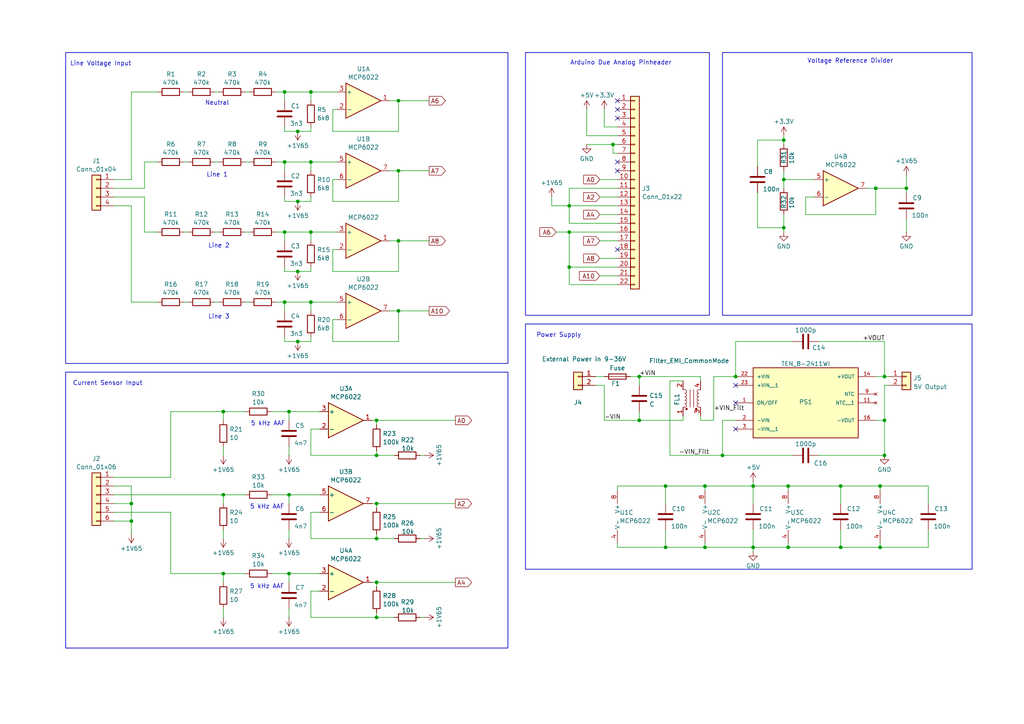
<source format=kicad_sch>
(kicad_sch (version 20231120) (generator "eeschema") (generator_version "8.0")
  (paper "A4")
  (title_block (title "PQopen Device Shield") (date "2024-12-08") (rev "0.1") (company "Michael Oberhofer"))
  (junction (at 165.1 59.69))
  (junction (at 86.36 58.42))
  (junction (at 227.33 40.64))
  (junction (at 38.1 151.13))
  (junction (at 82.55 46.99))
  (junction (at 228.6 140.97))
  (junction (at 64.77 143.51))
  (junction (at 115.57 90.17))
  (junction (at 262.89 54.61))
  (junction (at 86.36 99.06))
  (junction (at 109.22 156.21))
  (junction (at 227.33 66.04))
  (junction (at 86.36 38.1))
  (junction (at 254 54.61))
  (junction (at 243.84 140.97))
  (junction (at 185.42 121.92))
  (junction (at 204.47 140.97))
  (junction (at 90.17 87.63))
  (junction (at 90.17 46.99))
  (junction (at 209.55 132.08))
  (junction (at 243.84 158.75))
  (junction (at 256.54 132.08))
  (junction (at 218.44 158.75))
  (junction (at 82.55 87.63))
  (junction (at 109.22 179.07))
  (junction (at 64.77 166.37))
  (junction (at 115.57 69.85))
  (junction (at 109.22 146.05))
  (junction (at 115.57 29.21))
  (junction (at 90.17 26.67))
  (junction (at 255.27 140.97))
  (junction (at 227.33 52.07))
  (junction (at 256.54 121.92))
  (junction (at 193.04 158.75))
  (junction (at 83.82 166.37))
  (junction (at 193.04 140.97))
  (junction (at 218.44 140.97))
  (junction (at 83.82 119.38))
  (junction (at 109.22 168.91))
  (junction (at 177.8 41.91))
  (junction (at 90.17 67.31))
  (junction (at 82.55 26.67))
  (junction (at 38.1 146.05))
  (junction (at 109.22 121.92))
  (junction (at 115.57 49.53))
  (junction (at 204.47 158.75))
  (junction (at 165.1 67.31))
  (junction (at 185.42 109.22))
  (junction (at 228.6 158.75))
  (junction (at 213.36 109.22))
  (junction (at 256.54 109.22))
  (junction (at 83.82 143.51))
  (junction (at 165.1 77.47))
  (junction (at 255.27 158.75))
  (junction (at 82.55 67.31))
  (junction (at 64.77 119.38))
  (junction (at 109.22 132.08))
  (junction (at 86.36 78.74))
  (no_connect (at 179.07 34.29))
  (no_connect (at 179.07 29.21))
  (no_connect (at 179.07 31.75))
  (no_connect (at 179.07 72.39))
  (no_connect (at 213.36 124.46))
  (no_connect (at 179.07 46.99))
  (no_connect (at 213.36 111.76))
  (no_connect (at 213.36 116.84))
  (no_connect (at 179.07 49.53))
  (wire (pts (xy 228.6 140.97) (xy 218.44 140.97)))
  (wire (pts (xy 219.71 66.04) (xy 227.33 66.04)))
  (wire (pts (xy 204.47 140.97) (xy 204.47 142.24)))
  (wire (pts (xy 86.36 38.1) (xy 90.17 38.1)))
  (wire (pts (xy 96.52 92.71) (xy 96.52 99.06)))
  (wire (pts (xy 165.1 64.77) (xy 165.1 59.69)))
  (wire (pts (xy 185.42 109.22) (xy 203.2 109.22)))
  (wire (pts (xy 165.1 54.61) (xy 165.1 59.69)))
  (wire (pts (xy 113.03 29.21) (xy 115.57 29.21)))
  (wire (pts (xy 64.77 119.38) (xy 64.77 121.92)))
  (wire (pts (xy 115.57 49.53) (xy 113.03 49.53)))
  (wire (pts (xy 33.02 57.15) (xy 41.91 57.15)))
  (wire (pts (xy 82.55 58.42) (xy 86.36 58.42)))
  (wire (pts (xy 185.42 109.22) (xy 185.42 111.76)))
  (wire (pts (xy 82.55 87.63) (xy 90.17 87.63)))
  (wire (pts (xy 227.33 39.37) (xy 227.33 40.64)))
  (wire (pts (xy 123.19 132.08) (xy 121.92 132.08)))
  (wire (pts (xy 218.44 158.75) (xy 204.47 158.75)))
  (wire (pts (xy 49.53 138.43) (xy 33.02 138.43)))
  (wire (pts (xy 254 62.23) (xy 254 54.61)))
  (wire (pts (xy 198.12 110.49) (xy 194.31 110.49)))
  (wire (pts (xy 33.02 59.69) (xy 38.1 59.69)))
  (wire (pts (xy 33.02 146.05) (xy 38.1 146.05)))
  (wire (pts (xy 63.5 67.31) (xy 62.23 67.31)))
  (wire (pts (xy 107.95 146.05) (xy 109.22 146.05)))
  (wire (pts (xy 96.52 52.07) (xy 96.52 58.42)))
  (wire (pts (xy 209.55 121.92) (xy 213.36 121.92)))
  (wire (pts (xy 82.55 78.74) (xy 86.36 78.74)))
  (wire (pts (xy 179.07 39.37) (xy 170.18 39.37)))
  (wire (pts (xy 109.22 121.92) (xy 132.08 121.92)))
  (wire (pts (xy 80.01 67.31) (xy 82.55 67.31)))
  (wire (pts (xy 41.91 46.99) (xy 41.91 54.61)))
  (wire (pts (xy 256.54 109.22) (xy 257.81 109.22)))
  (wire (pts (xy 228.6 142.24) (xy 228.6 140.97)))
  (wire (pts (xy 165.1 59.69) (xy 179.07 59.69)))
  (wire (pts (xy 173.99 57.15) (xy 179.07 57.15)))
  (wire (pts (xy 115.57 78.74) (xy 115.57 69.85)))
  (wire (pts (xy 173.99 52.07) (xy 179.07 52.07)))
  (wire (pts (xy 53.34 46.99) (xy 54.61 46.99)))
  (wire (pts (xy 38.1 151.13) (xy 38.1 154.94)))
  (wire (pts (xy 255.27 158.75) (xy 243.84 158.75)))
  (wire (pts (xy 165.1 64.77) (xy 179.07 64.77)))
  (wire (pts (xy 198.12 121.92) (xy 198.12 120.65)))
  (wire (pts (xy 179.07 41.91) (xy 177.8 41.91)))
  (wire (pts (xy 113.03 90.17) (xy 115.57 90.17)))
  (wire (pts (xy 90.17 124.46) (xy 90.17 132.08)))
  (wire (pts (xy 41.91 67.31) (xy 45.72 67.31)))
  (wire (pts (xy 109.22 179.07) (xy 109.22 177.8)))
  (wire (pts (xy 80.01 87.63) (xy 82.55 87.63)))
  (wire (pts (xy 165.1 67.31) (xy 179.07 67.31)))
  (wire (pts (xy 109.22 123.19) (xy 109.22 121.92)))
  (wire (pts (xy 107.95 121.92) (xy 109.22 121.92)))
  (wire (pts (xy 218.44 140.97) (xy 218.44 139.7)))
  (wire (pts (xy 161.29 67.31) (xy 165.1 67.31)))
  (wire (pts (xy 233.68 57.15) (xy 233.68 62.23)))
  (wire (pts (xy 203.2 121.92) (xy 207.01 121.92)))
  (wire (pts (xy 203.2 109.22) (xy 203.2 110.49)))
  (wire (pts (xy 82.55 77.47) (xy 82.55 78.74)))
  (wire (pts (xy 82.55 36.83) (xy 82.55 38.1)))
  (wire (pts (xy 90.17 77.47) (xy 90.17 78.74)))
  (wire (pts (xy 109.22 146.05) (xy 132.08 146.05)))
  (wire (pts (xy 90.17 171.45) (xy 92.71 171.45)))
  (wire (pts (xy 82.55 46.99) (xy 90.17 46.99)))
  (wire (pts (xy 90.17 171.45) (xy 90.17 179.07)))
  (wire (pts (xy 90.17 26.67) (xy 97.79 26.67)))
  (wire (pts (xy 90.17 67.31) (xy 90.17 69.85)))
  (wire (pts (xy 269.24 146.05) (xy 269.24 140.97)))
  (wire (pts (xy 185.42 119.38) (xy 185.42 121.92)))
  (wire (pts (xy 96.52 78.74) (xy 115.57 78.74)))
  (wire (pts (xy 90.17 148.59) (xy 90.17 156.21)))
  (wire (pts (xy 90.17 36.83) (xy 90.17 38.1)))
  (wire (pts (xy 82.55 87.63) (xy 82.55 90.17)))
  (wire (pts (xy 254 121.92) (xy 256.54 121.92)))
  (wire (pts (xy 193.04 153.67) (xy 193.04 158.75)))
  (wire (pts (xy 228.6 157.48) (xy 228.6 158.75)))
  (wire (pts (xy 123.19 156.21) (xy 121.92 156.21)))
  (wire (pts (xy 170.18 41.91) (xy 177.8 41.91)))
  (wire (pts (xy 193.04 158.75) (xy 179.07 158.75)))
  (wire (pts (xy 83.82 119.38) (xy 83.82 121.92)))
  (wire (pts (xy 193.04 140.97) (xy 193.04 146.05)))
  (wire (pts (xy 115.57 29.21) (xy 124.46 29.21)))
  (wire (pts (xy 227.33 52.07) (xy 227.33 54.61)))
  (wire (pts (xy 227.33 52.07) (xy 236.22 52.07)))
  (wire (pts (xy 109.22 170.18) (xy 109.22 168.91)))
  (wire (pts (xy 160.02 57.15) (xy 160.02 59.69)))
  (wire (pts (xy 33.02 140.97) (xy 38.1 140.97)))
  (wire (pts (xy 204.47 157.48) (xy 204.47 158.75)))
  (wire (pts (xy 90.17 124.46) (xy 92.71 124.46)))
  (wire (pts (xy 229.87 99.06) (xy 213.36 99.06)))
  (wire (pts (xy 64.77 166.37) (xy 64.77 168.91)))
  (wire (pts (xy 53.34 87.63) (xy 54.61 87.63)))
  (wire (pts (xy 262.89 55.88) (xy 262.89 54.61)))
  (wire (pts (xy 86.36 99.06) (xy 90.17 99.06)))
  (wire (pts (xy 64.77 153.67) (xy 64.77 156.21)))
  (wire (pts (xy 254 54.61) (xy 262.89 54.61)))
  (wire (pts (xy 218.44 153.67) (xy 218.44 158.75)))
  (wire (pts (xy 90.17 132.08) (xy 109.22 132.08)))
  (wire (pts (xy 45.72 26.67) (xy 38.1 26.67)))
  (wire (pts (xy 175.26 111.76) (xy 175.26 121.92)))
  (wire (pts (xy 227.33 49.53) (xy 227.33 52.07)))
  (wire (pts (xy 78.74 143.51) (xy 83.82 143.51)))
  (wire (pts (xy 83.82 176.53) (xy 83.82 179.07)))
  (wire (pts (xy 109.22 156.21) (xy 109.22 154.94)))
  (wire (pts (xy 71.12 87.63) (xy 72.39 87.63)))
  (wire (pts (xy 255.27 140.97) (xy 269.24 140.97)))
  (wire (pts (xy 193.04 140.97) (xy 204.47 140.97)))
  (wire (pts (xy 38.1 146.05) (xy 38.1 151.13)))
  (wire (pts (xy 90.17 156.21) (xy 109.22 156.21)))
  (wire (pts (xy 243.84 153.67) (xy 243.84 158.75)))
  (wire (pts (xy 71.12 26.67) (xy 72.39 26.67)))
  (wire (pts (xy 90.17 26.67) (xy 90.17 29.21)))
  (wire (pts (xy 53.34 67.31) (xy 54.61 67.31)))
  (wire (pts (xy 90.17 46.99) (xy 97.79 46.99)))
  (wire (pts (xy 269.24 153.67) (xy 269.24 158.75)))
  (wire (pts (xy 82.55 38.1) (xy 86.36 38.1)))
  (wire (pts (xy 115.57 58.42) (xy 115.57 49.53)))
  (wire (pts (xy 262.89 63.5) (xy 262.89 67.31)))
  (wire (pts (xy 209.55 132.08) (xy 209.55 121.92)))
  (wire (pts (xy 82.55 97.79) (xy 82.55 99.06)))
  (wire (pts (xy 90.17 57.15) (xy 90.17 58.42)))
  (wire (pts (xy 97.79 52.07) (xy 96.52 52.07)))
  (wire (pts (xy 82.55 67.31) (xy 82.55 69.85)))
  (wire (pts (xy 237.49 99.06) (xy 256.54 99.06)))
  (wire (pts (xy 41.91 57.15) (xy 41.91 67.31)))
  (wire (pts (xy 165.1 77.47) (xy 165.1 67.31)))
  (wire (pts (xy 228.6 158.75) (xy 218.44 158.75)))
  (wire (pts (xy 90.17 179.07) (xy 109.22 179.07)))
  (wire (pts (xy 71.12 67.31) (xy 72.39 67.31)))
  (wire (pts (xy 78.74 166.37) (xy 83.82 166.37)))
  (wire (pts (xy 207.01 121.92) (xy 207.01 109.22)))
  (wire (pts (xy 64.77 129.54) (xy 64.77 132.08)))
  (wire (pts (xy 97.79 72.39) (xy 96.52 72.39)))
  (wire (pts (xy 80.01 46.99) (xy 82.55 46.99)))
  (wire (pts (xy 179.07 140.97) (xy 193.04 140.97)))
  (wire (pts (xy 165.1 82.55) (xy 179.07 82.55)))
  (wire (pts (xy 227.33 66.04) (xy 227.33 67.31)))
  (wire (pts (xy 90.17 87.63) (xy 97.79 87.63)))
  (wire (pts (xy 256.54 132.08) (xy 256.54 121.92)))
  (wire (pts (xy 207.01 109.22) (xy 213.36 109.22)))
  (wire (pts (xy 173.99 80.01) (xy 179.07 80.01)))
  (wire (pts (xy 109.22 147.32) (xy 109.22 146.05)))
  (wire (pts (xy 64.77 119.38) (xy 49.53 119.38)))
  (wire (pts (xy 82.55 46.99) (xy 82.55 49.53)))
  (wire (pts (xy 49.53 148.59) (xy 49.53 166.37)))
  (wire (pts (xy 86.36 78.74) (xy 90.17 78.74)))
  (wire (pts (xy 233.68 62.23) (xy 254 62.23)))
  (wire (pts (xy 213.36 99.06) (xy 213.36 109.22)))
  (wire (pts (xy 90.17 97.79) (xy 90.17 99.06)))
  (wire (pts (xy 96.52 31.75) (xy 96.52 38.1)))
  (wire (pts (xy 33.02 52.07) (xy 38.1 52.07)))
  (wire (pts (xy 83.82 166.37) (xy 92.71 166.37)))
  (wire (pts (xy 63.5 26.67) (xy 62.23 26.67)))
  (wire (pts (xy 90.17 87.63) (xy 90.17 90.17)))
  (wire (pts (xy 227.33 40.64) (xy 227.33 41.91)))
  (wire (pts (xy 83.82 119.38) (xy 92.71 119.38)))
  (wire (pts (xy 237.49 132.08) (xy 256.54 132.08)))
  (wire (pts (xy 256.54 111.76) (xy 256.54 121.92)))
  (wire (pts (xy 256.54 99.06) (xy 256.54 109.22)))
  (wire (pts (xy 179.07 36.83) (xy 175.26 36.83)))
  (wire (pts (xy 63.5 46.99) (xy 62.23 46.99)))
  (wire (pts (xy 90.17 148.59) (xy 92.71 148.59)))
  (wire (pts (xy 173.99 69.85) (xy 179.07 69.85)))
  (wire (pts (xy 243.84 158.75) (xy 228.6 158.75)))
  (wire (pts (xy 83.82 143.51) (xy 83.82 146.05)))
  (wire (pts (xy 90.17 46.99) (xy 90.17 49.53)))
  (wire (pts (xy 80.01 26.67) (xy 82.55 26.67)))
  (wire (pts (xy 194.31 110.49) (xy 194.31 132.08)))
  (wire (pts (xy 175.26 31.75) (xy 175.26 36.83)))
  (wire (pts (xy 115.57 38.1) (xy 115.57 29.21)))
  (wire (pts (xy 262.89 50.8) (xy 262.89 54.61)))
  (wire (pts (xy 175.26 121.92) (xy 185.42 121.92)))
  (wire (pts (xy 255.27 158.75) (xy 269.24 158.75)))
  (wire (pts (xy 96.52 58.42) (xy 115.57 58.42)))
  (wire (pts (xy 227.33 62.23) (xy 227.33 66.04)))
  (wire (pts (xy 173.99 74.93) (xy 179.07 74.93)))
  (wire (pts (xy 172.72 109.22) (xy 175.26 109.22)))
  (wire (pts (xy 204.47 158.75) (xy 193.04 158.75)))
  (wire (pts (xy 255.27 140.97) (xy 243.84 140.97)))
  (wire (pts (xy 165.1 82.55) (xy 165.1 77.47)))
  (wire (pts (xy 53.34 26.67) (xy 54.61 26.67)))
  (wire (pts (xy 203.2 120.65) (xy 203.2 121.92)))
  (wire (pts (xy 256.54 111.76) (xy 257.81 111.76)))
  (wire (pts (xy 33.02 148.59) (xy 49.53 148.59)))
  (wire (pts (xy 64.77 143.51) (xy 71.12 143.51)))
  (wire (pts (xy 254 109.22) (xy 256.54 109.22)))
  (wire (pts (xy 83.82 166.37) (xy 83.82 168.91)))
  (wire (pts (xy 177.8 41.91) (xy 177.8 44.45)))
  (wire (pts (xy 71.12 46.99) (xy 72.39 46.99)))
  (wire (pts (xy 219.71 40.64) (xy 219.71 48.26)))
  (wire (pts (xy 83.82 153.67) (xy 83.82 156.21)))
  (wire (pts (xy 160.02 59.69) (xy 165.1 59.69)))
  (wire (pts (xy 243.84 146.05) (xy 243.84 140.97)))
  (wire (pts (xy 78.74 119.38) (xy 83.82 119.38)))
  (wire (pts (xy 115.57 99.06) (xy 115.57 90.17)))
  (wire (pts (xy 194.31 132.08) (xy 209.55 132.08)))
  (wire (pts (xy 179.07 142.24) (xy 179.07 140.97)))
  (wire (pts (xy 49.53 166.37) (xy 64.77 166.37)))
  (wire (pts (xy 251.46 54.61) (xy 254 54.61)))
  (wire (pts (xy 38.1 87.63) (xy 45.72 87.63)))
  (wire (pts (xy 64.77 166.37) (xy 71.12 166.37)))
  (wire (pts (xy 109.22 168.91) (xy 132.08 168.91)))
  (wire (pts (xy 45.72 46.99) (xy 41.91 46.99)))
  (wire (pts (xy 243.84 140.97) (xy 228.6 140.97)))
  (wire (pts (xy 96.52 99.06) (xy 115.57 99.06)))
  (wire (pts (xy 82.55 26.67) (xy 82.55 29.21)))
  (wire (pts (xy 97.79 31.75) (xy 96.52 31.75)))
  (wire (pts (xy 179.07 44.45) (xy 177.8 44.45)))
  (wire (pts (xy 165.1 77.47) (xy 179.07 77.47)))
  (wire (pts (xy 114.3 179.07) (xy 109.22 179.07)))
  (wire (pts (xy 82.55 99.06) (xy 86.36 99.06)))
  (wire (pts (xy 109.22 132.08) (xy 109.22 130.81)))
  (wire (pts (xy 97.79 92.71) (xy 96.52 92.71)))
  (wire (pts (xy 218.44 160.02) (xy 218.44 158.75)))
  (wire (pts (xy 115.57 49.53) (xy 124.46 49.53)))
  (wire (pts (xy 115.57 90.17) (xy 124.46 90.17)))
  (wire (pts (xy 185.42 121.92) (xy 198.12 121.92)))
  (wire (pts (xy 229.87 132.08) (xy 209.55 132.08)))
  (wire (pts (xy 82.55 57.15) (xy 82.55 58.42)))
  (wire (pts (xy 123.19 179.07) (xy 121.92 179.07)))
  (wire (pts (xy 86.36 58.42) (xy 90.17 58.42)))
  (wire (pts (xy 172.72 111.76) (xy 175.26 111.76)))
  (wire (pts (xy 33.02 54.61) (xy 41.91 54.61)))
  (wire (pts (xy 33.02 143.51) (xy 64.77 143.51)))
  (wire (pts (xy 113.03 69.85) (xy 115.57 69.85)))
  (wire (pts (xy 82.55 67.31) (xy 90.17 67.31)))
  (wire (pts (xy 63.5 87.63) (xy 62.23 87.63)))
  (wire (pts (xy 114.3 156.21) (xy 109.22 156.21)))
  (wire (pts (xy 170.18 31.75) (xy 170.18 39.37)))
  (wire (pts (xy 179.07 158.75) (xy 179.07 157.48)))
  (wire (pts (xy 204.47 140.97) (xy 218.44 140.97)))
  (wire (pts (xy 64.77 119.38) (xy 71.12 119.38)))
  (wire (pts (xy 96.52 38.1) (xy 115.57 38.1)))
  (wire (pts (xy 64.77 176.53) (xy 64.77 179.07)))
  (wire (pts (xy 83.82 129.54) (xy 83.82 132.08)))
  (wire (pts (xy 38.1 26.67) (xy 38.1 52.07)))
  (wire (pts (xy 219.71 55.88) (xy 219.71 66.04)))
  (wire (pts (xy 255.27 157.48) (xy 255.27 158.75)))
  (wire (pts (xy 255.27 142.24) (xy 255.27 140.97)))
  (wire (pts (xy 182.88 109.22) (xy 185.42 109.22)))
  (wire (pts (xy 218.44 140.97) (xy 218.44 146.05)))
  (wire (pts (xy 38.1 59.69) (xy 38.1 87.63)))
  (wire (pts (xy 90.17 67.31) (xy 97.79 67.31)))
  (wire (pts (xy 115.57 69.85) (xy 124.46 69.85)))
  (wire (pts (xy 33.02 151.13) (xy 38.1 151.13)))
  (wire (pts (xy 236.22 57.15) (xy 233.68 57.15)))
  (wire (pts (xy 219.71 40.64) (xy 227.33 40.64)))
  (wire (pts (xy 82.55 26.67) (xy 90.17 26.67)))
  (wire (pts (xy 64.77 143.51) (xy 64.77 146.05)))
  (wire (pts (xy 49.53 119.38) (xy 49.53 138.43)))
  (wire (pts (xy 83.82 143.51) (xy 92.71 143.51)))
  (wire (pts (xy 107.95 168.91) (xy 109.22 168.91)))
  (wire (pts (xy 165.1 54.61) (xy 179.07 54.61)))
  (wire (pts (xy 114.3 132.08) (xy 109.22 132.08)))
  (wire (pts (xy 173.99 62.23) (xy 179.07 62.23)))
  (wire (pts (xy 96.52 72.39) (xy 96.52 78.74)))
  (wire (pts (xy 38.1 140.97) (xy 38.1 146.05)))
  (rectangle (start 152.4 15.24) (end 205.74 91.44) (stroke (width 0.2)))
  (rectangle (start 152.4 93.98) (end 281.94 165.1) (stroke (width 0.2)))
  (rectangle (start 209.55 15.24) (end 281.94 91.44) (stroke (width 0.2)))
  (rectangle (start 19.05 15.24) (end 147.32 105.41) (stroke (width 0.2)))
  (rectangle (start 19.05 107.95) (end 147.32 187.96) (stroke (width 0.2)))
  (text "Neutral" (at 62.992 29.972 0) (effects (font (size 1.27 1.27))))
  (text "5 kHz AAF" (at 77.47 170.18 0) (effects (font (size 1.27 1.27))))
  (text "Line 3" (at 63.5 91.948 0) (effects (font (size 1.27 1.27))))
  (text "Line Voltage Input" (at 29.21 18.542 0) (effects (font (size 1.27 1.27))))
  (text "Line 1" (at 62.992 50.8 0) (effects (font (size 1.27 1.27))))
  (text "Voltage Reference Divider" (at 246.634 17.78 0) (effects (font (size 1.27 1.27))))
  (text "Current Sensor Input" (at 31.242 111.252 0) (effects (font (size 1.27 1.27))))
  (text "Arduino Due Analog Pinheader" (at 180.086 18.288 0) (effects (font (size 1.27 1.27))))
  (text "Power Supply" (at 162.052 97.282 0) (effects (font (size 1.27 1.27))))
  (text "5 kHz AAF" (at 77.724 122.936 0) (effects (font (size 1.27 1.27))))
  (text "Line 2" (at 63.5 71.374 0) (effects (font (size 1.27 1.27))))
  (text "5 kHz AAF" (at 77.47 147.066 0) (effects (font (size 1.27 1.27))))
  (label "+VOUT" (at 250.19 99.06 0))
  (label "-VIN" (at 175.26 121.92 0))
  (label "-VIN_Filt" (at 196.85 132.08 0))
  (label "+VIN_Filt" (at 207.01 119.38 0))
  (label "+VIN" (at 185.42 109.22 0))
  (global_label "A10" (shape input) (at 173.99 80.01 180) (property "Intersheetrefs" "${INTERSHEET_REFS}" (effects (hide yes))))
  (global_label "A7" (shape input) (at 173.99 69.85 180) (property "Intersheetrefs" "${INTERSHEET_REFS}" (effects (hide yes))))
  (global_label "A0" (shape output) (at 132.08 121.92 0) (property "Intersheetrefs" "${INTERSHEET_REFS}" (effects (hide yes))))
  (global_label "A4" (shape output) (at 132.08 168.91 0) (property "Intersheetrefs" "${INTERSHEET_REFS}" (effects (hide yes))))
  (global_label "A6" (shape input) (at 161.29 67.31 180) (property "Intersheetrefs" "${INTERSHEET_REFS}" (effects (hide yes))))
  (global_label "A8" (shape output) (at 124.46 69.85 0) (property "Intersheetrefs" "${INTERSHEET_REFS}" (effects (hide yes))))
  (global_label "A0" (shape input) (at 173.99 52.07 180) (property "Intersheetrefs" "${INTERSHEET_REFS}" (effects (hide yes))))
  (global_label "A2" (shape output) (at 132.08 146.05 0) (property "Intersheetrefs" "${INTERSHEET_REFS}" (effects (hide yes))))
  (global_label "A6" (shape output) (at 124.46 29.21 0) (property "Intersheetrefs" "${INTERSHEET_REFS}" (effects (hide yes))))
  (global_label "A2" (shape input) (at 173.99 57.15 180) (property "Intersheetrefs" "${INTERSHEET_REFS}" (effects (hide yes))))
  (global_label "A7" (shape output) (at 124.46 49.53 0) (property "Intersheetrefs" "${INTERSHEET_REFS}" (effects (hide yes))))
  (global_label "A8" (shape input) (at 173.99 74.93 180) (property "Intersheetrefs" "${INTERSHEET_REFS}" (effects (hide yes))))
  (global_label "A10" (shape output) (at 124.46 90.17 0) (property "Intersheetrefs" "${INTERSHEET_REFS}" (effects (hide yes))))
  (global_label "A4" (shape input) (at 173.99 62.23 180) (property "Intersheetrefs" "${INTERSHEET_REFS}" (effects (hide yes))))
  (symbol (lib_id "power:+1V35") (at 123.19 156.21 270) (unit 1)
    (property "Reference" "#PWR09" (effects (hide yes)))
    (property "Value" "+1V65" (at 127.3231 156.21 0))
    (property "Description" "Power symbol creates a global label with name \"+1V35\"" (effects (hide yes)))
  )
  (symbol (lib_id "Device:R") (at 49.53 67.31 90) (unit 1)
    (property "Reference" "R11" (at 49.53 62.1495 90))
    (property "Value" "470k" (at 49.53 64.5738 90))
    (property "Footprint" "Resistor_SMD:R_1206_3216Metric" (effects (hide yes)))
    (property "Description" "Resistor" (effects (hide yes)))
    (property "Article" "KTR18EZPF4703" (effects (hide yes)))
  )
  (symbol (lib_id "Device:R") (at 64.77 125.73 0) (unit 1)
    (property "Reference" "R21" (at 66.548 124.5178 0) (effects (justify left)))
    (property "Value" "10" (at 66.548 126.9421 0) (effects (justify left)))
    (property "Footprint" "Resistor_SMD:R_0805_2012Metric" (effects (hide yes)))
    (property "Description" "Resistor" (effects (hide yes)))
  )
  (symbol (lib_id "power:GND") (at 170.18 41.91 0) (unit 1)
    (property "Reference" "#PWR019" (effects (hide yes)))
    (property "Value" "GND" (at 170.18 46.0431 0))
    (property "Description" "Power symbol creates a global label with name \"GND\" , ground" (effects (hide yes)))
  )
  (symbol (lib_id "Connector_Generic:Conn_01x06") (at 27.94 143.51 0) (mirror y) (unit 1)
    (property "Reference" "J2" (at 27.94 133.0155 0))
    (property "Value" "Conn_01x06" (at 27.94 135.4398 0))
    (property "Footprint" "Connector_Phoenix_MSTB:PhoenixContact_MSTB_2,5_6-GF-5,08_1x06_P5.08mm_Horizontal_ThreadedFlange_MountHole" (effects (hide yes)))
    (property "Description" "Generic connector, single row, 01x06, script generated (kicad-library-utils/schlib/autogen/connector/)" (effects (hide yes)))
  )
  (symbol (lib_id "Device:C") (at 218.44 149.86 0) (unit 1)
    (property "Reference" "C11" (at 220.218 147.574 0) (effects (justify left)))
    (property "Value" "100n" (at 219.964 152.654 0) (effects (justify left)))
    (property "Footprint" "Capacitor_SMD:C_0805_2012Metric" (effects (hide yes)))
    (property "Description" "Unpolarized capacitor" (effects (hide yes)))
  )
  (symbol (lib_id "power:+1V35") (at 83.82 179.07 180) (unit 1)
    (property "Reference" "#PWR024" (effects (hide yes)))
    (property "Value" "+1V65" (at 83.82 183.2031 0))
    (property "Description" "Power symbol creates a global label with name \"+1V35\"" (effects (hide yes)))
  )
  (symbol (lib_id "power:GND") (at 218.44 160.02 0) (unit 1)
    (property "Reference" "#PWR018" (effects (hide yes)))
    (property "Value" "GND" (at 218.44 164.1531 0))
    (property "Description" "Power symbol creates a global label with name \"GND\" , ground" (effects (hide yes)))
  )
  (symbol (lib_id "power:+1V35") (at 86.36 58.42 180) (unit 1)
    (property "Reference" "#PWR06" (effects (hide yes)))
    (property "Value" "+1V65" (at 86.36 62.5531 0))
    (property "Description" "Power symbol creates a global label with name \"+1V35\"" (effects (hide yes)))
  )
  (symbol (lib_id "Amplifier_Operational:MCP6022") (at 257.81 149.86 0) (unit 3)
    (property "Reference" "U4" (at 255.905 148.6478 0) (effects (justify left)))
    (property "Value" "MCP6022" (at 255.905 151.0721 0) (effects (justify left)))
    (property "Footprint" "Package_SO:SOIC-8_3.9x4.9mm_P1.27mm" (effects (hide yes)))
    (property "Datasheet" "http://ww1.microchip.com/downloads/en/devicedoc/20001685e.pdf" (effects (hide yes)))
    (property "Description" "Dual Operational Amplifiers, Rail-to-Rail Input/Output, DIP-8/SOIC-8/TSSOP-8" (effects (hide yes)))
  )
  (symbol (lib_id "Device:R") (at 227.33 45.72 180) (unit 1)
    (property "Reference" "R31" (at 227.33 43.688 90) (effects (justify left)))
    (property "Value" "10k" (at 229.616 43.942 90) (effects (justify left)))
    (property "Footprint" "Resistor_SMD:R_0805_2012Metric" (effects (hide yes)))
    (property "Description" "Resistor" (effects (hide yes)))
  )
  (symbol (lib_id "Device:C") (at 82.55 73.66 0) (unit 1)
    (property "Reference" "C3" (at 84.328 71.374 0) (effects (justify left)))
    (property "Value" "3n3" (at 84.074 76.454 0) (effects (justify left)))
    (property "Footprint" "Capacitor_SMD:C_0805_2012Metric" (effects (hide yes)))
    (property "Description" "Unpolarized capacitor" (effects (hide yes)))
  )
  (symbol (lib_id "Device:R") (at 109.22 127 180) (unit 1)
    (property "Reference" "R23" (at 110.998 125.7878 0) (effects (justify right)))
    (property "Value" "100k" (at 110.998 128.2121 0) (effects (justify right)))
    (property "Footprint" "Resistor_SMD:R_0805_2012Metric" (effects (hide yes)))
    (property "Description" "Resistor" (effects (hide yes)))
  )
  (symbol (lib_id "power:+3.3V") (at 227.33 39.37 0) (unit 1)
    (property "Reference" "#PWR016" (effects (hide yes)))
    (property "Value" "+3.3V" (at 227.33 35.2369 0))
    (property "Description" "Power symbol creates a global label with name \"+3.3V\"" (effects (hide yes)))
  )
  (symbol (lib_id "Device:C") (at 219.71 52.07 0) (unit 1)
    (property "Reference" "C8" (at 221.488 49.784 0) (effects (justify left)))
    (property "Value" "100n" (at 221.234 54.864 0) (effects (justify left)))
    (property "Footprint" "Capacitor_SMD:C_0805_2012Metric" (effects (hide yes)))
    (property "Description" "Unpolarized capacitor" (effects (hide yes)))
  )
  (symbol (lib_id "power:GND") (at 227.33 67.31 0) (unit 1)
    (property "Reference" "#PWR013" (effects (hide yes)))
    (property "Value" "GND" (at 227.33 71.4431 0))
    (property "Description" "Power symbol creates a global label with name \"GND\" , ground" (effects (hide yes)))
  )
  (symbol (lib_id "power:+5V") (at 170.18 31.75 0) (unit 1)
    (property "Reference" "#PWR021" (effects (hide yes)))
    (property "Value" "+5V" (at 170.18 27.6169 0))
    (property "Description" "Power symbol creates a global label with name \"+5V\"" (effects (hide yes)))
  )
  (symbol (lib_id "Device:R") (at 76.2 87.63 90) (unit 1)
    (property "Reference" "R19" (at 76.2 82.4695 90))
    (property "Value" "470k" (at 76.2 84.8938 90))
    (property "Footprint" "Resistor_SMD:R_1206_3216Metric" (effects (hide yes)))
    (property "Description" "Resistor" (effects (hide yes)))
    (property "Article" "KTR18EZPF4703" (effects (hide yes)))
  )
  (symbol (lib_id "Device:R") (at 49.53 46.99 90) (unit 1)
    (property "Reference" "R6" (at 49.53 41.8295 90))
    (property "Value" "470k" (at 49.53 44.2538 90))
    (property "Footprint" "Resistor_SMD:R_1206_3216Metric" (effects (hide yes)))
    (property "Description" "Resistor" (effects (hide yes)))
    (property "Article" "KTR18EZPF4703" (effects (hide yes)))
  )
  (symbol (lib_id "Device:R") (at 90.17 73.66 180) (unit 1)
    (property "Reference" "R15" (at 91.948 72.4478 0) (effects (justify right)))
    (property "Value" "6k8" (at 91.948 74.8721 0) (effects (justify right)))
    (property "Footprint" "Resistor_SMD:R_0805_2012Metric" (effects (hide yes)))
    (property "Description" "Resistor" (effects (hide yes)))
  )
  (symbol (lib_id "Connector_Generic:Conn_01x02") (at 262.89 109.22 0) (unit 1)
    (property "Reference" "J5" (at 264.922 109.6553 0) (effects (justify left)))
    (property "Value" "5V Output" (at 264.922 112.1922 0) (effects (justify left)))
    (property "Footprint" "Connector_PinHeader_2.54mm:PinHeader_1x02_P2.54mm_Vertical" (effects (hide yes)))
  )
  (symbol (lib_id "Amplifier_Operational:MCP6022") (at 105.41 29.21 0) (unit 1)
    (property "Reference" "U1" (at 105.41 19.9855 0))
    (property "Value" "MCP6022" (at 105.41 22.4098 0))
    (property "Footprint" "Package_SO:SOIC-8_3.9x4.9mm_P1.27mm" (effects (hide yes)))
    (property "Datasheet" "http://ww1.microchip.com/downloads/en/devicedoc/20001685e.pdf" (effects (hide yes)))
    (property "Description" "Dual Operational Amplifiers, Rail-to-Rail Input/Output, DIP-8/SOIC-8/TSSOP-8" (effects (hide yes)))
  )
  (symbol (lib_id "Device:C") (at 83.82 149.86 0) (unit 1)
    (property "Reference" "C6" (at 85.598 147.574 0) (effects (justify left)))
    (property "Value" "4n7" (at 85.344 152.654 0) (effects (justify left)))
    (property "Footprint" "Capacitor_SMD:C_0805_2012Metric" (effects (hide yes)))
    (property "Description" "Unpolarized capacitor" (effects (hide yes)))
  )
  (symbol (lib_id "TEN_8-2411WI:TEN_8-2411WI") (at 233.68 114.3 0) (unit 1)
    (property "Reference" "PS1" (at 233.68 116.586 0))
    (property "Value" "TEN_8-2411WI" (at 233.68 105.5171 0))
    (property "Footprint" "PQopen:CONV_TEN_8-2411WI" (effects (hide yes)))
    (property "STANDARD" "Manufacturer Recommendations" (effects (hide yes)))
    (property "PARTREV" "September 29, 2020" (effects (hide yes)))
    (property "MANUFACTURER" "Traco Power" (effects (hide yes)))
    (property "MAXIMUM_PACKAGE_HEIGHT" "10.7mm" (effects (hide yes)))
  )
  (symbol (lib_id "Device:R") (at 67.31 46.99 90) (unit 1)
    (property "Reference" "R8" (at 67.31 41.8295 90))
    (property "Value" "470k" (at 67.31 44.2538 90))
    (property "Footprint" "Resistor_SMD:R_1206_3216Metric" (effects (hide yes)))
    (property "Description" "Resistor" (effects (hide yes)))
    (property "Article" "KTR18EZPF4703" (effects (hide yes)))
  )
  (symbol (lib_id "Device:C") (at 83.82 125.73 0) (unit 1)
    (property "Reference" "C5" (at 85.598 123.444 0) (effects (justify left)))
    (property "Value" "4n7" (at 85.344 128.524 0) (effects (justify left)))
    (property "Footprint" "Capacitor_SMD:C_0805_2012Metric" (effects (hide yes)))
    (property "Description" "Unpolarized capacitor" (effects (hide yes)))
  )
  (symbol (lib_id "Device:R") (at 76.2 67.31 90) (unit 1)
    (property "Reference" "R14" (at 76.2 62.1495 90))
    (property "Value" "470k" (at 76.2 64.5738 90))
    (property "Footprint" "Resistor_SMD:R_1206_3216Metric" (effects (hide yes)))
    (property "Description" "Resistor" (effects (hide yes)))
    (property "Article" "KTR18EZPF4703" (effects (hide yes)))
  )
  (symbol (lib_id "Device:C") (at 82.55 53.34 0) (unit 1)
    (property "Reference" "C2" (at 84.328 51.054 0) (effects (justify left)))
    (property "Value" "3n3" (at 84.074 56.134 0) (effects (justify left)))
    (property "Footprint" "Capacitor_SMD:C_0805_2012Metric" (effects (hide yes)))
    (property "Description" "Unpolarized capacitor" (effects (hide yes)))
  )
  (symbol (lib_id "Device:R") (at 76.2 26.67 90) (unit 1)
    (property "Reference" "R4" (at 76.2 21.5095 90))
    (property "Value" "470k" (at 76.2 23.9338 90))
    (property "Footprint" "Resistor_SMD:R_1206_3216Metric" (effects (hide yes)))
    (property "Description" "Resistor" (effects (hide yes)))
    (property "Article" "KTR18EZPF4703" (effects (hide yes)))
  )
  (symbol (lib_id "Device:R") (at 67.31 26.67 90) (unit 1)
    (property "Reference" "R3" (at 67.31 21.5095 90))
    (property "Value" "470k" (at 67.31 23.9338 90))
    (property "Footprint" "Resistor_SMD:R_1206_3216Metric" (effects (hide yes)))
    (property "Description" "Resistor" (effects (hide yes)))
    (property "Article" "KTR18EZPF4703" (effects (hide yes)))
  )
  (symbol (lib_id "Amplifier_Operational:MCP6022") (at 243.84 54.61 0) (unit 2)
    (property "Reference" "U4" (at 243.84 45.3855 0))
    (property "Value" "MCP6022" (at 243.84 47.8098 0))
    (property "Footprint" "Package_SO:SOIC-8_3.9x4.9mm_P1.27mm" (effects (hide yes)))
    (property "Datasheet" "http://ww1.microchip.com/downloads/en/devicedoc/20001685e.pdf" (effects (hide yes)))
    (property "Description" "Dual Operational Amplifiers, Rail-to-Rail Input/Output, DIP-8/SOIC-8/TSSOP-8" (effects (hide yes)))
  )
  (symbol (lib_id "Device:R") (at 227.33 58.42 180) (unit 1)
    (property "Reference" "R32" (at 227.33 56.642 90) (effects (justify left)))
    (property "Value" "10k" (at 229.616 56.896 90) (effects (justify left)))
    (property "Footprint" "Resistor_SMD:R_0805_2012Metric" (effects (hide yes)))
    (property "Description" "Resistor" (effects (hide yes)))
  )
  (symbol (lib_id "power:+1V35") (at 123.19 179.07 270) (unit 1)
    (property "Reference" "#PWR011" (effects (hide yes)))
    (property "Value" "+1V65" (at 127.3231 179.07 0))
    (property "Description" "Power symbol creates a global label with name \"+1V35\"" (effects (hide yes)))
  )
  (symbol (lib_id "power:+1V35") (at 64.77 132.08 180) (unit 1)
    (property "Reference" "#PWR02" (effects (hide yes)))
    (property "Value" "+1V65" (at 64.77 136.2131 0))
    (property "Description" "Power symbol creates a global label with name \"+1V35\"" (effects (hide yes)))
  )
  (symbol (lib_id "Device:R") (at 58.42 26.67 90) (unit 1)
    (property "Reference" "R2" (at 58.42 21.5095 90))
    (property "Value" "470k" (at 58.42 23.9338 90))
    (property "Footprint" "Resistor_SMD:R_1206_3216Metric" (effects (hide yes)))
    (property "Description" "Resistor" (effects (hide yes)))
    (property "Article" "KTR18EZPF4703" (effects (hide yes)))
  )
  (symbol (lib_id "Connector_Generic:Conn_01x22") (at 184.15 54.61 0) (unit 1)
    (property "Reference" "J3" (at 186.182 54.6678 0) (effects (justify left)))
    (property "Value" "Conn_01x22" (at 186.182 57.0921 0) (effects (justify left)))
    (property "Footprint" "Connector_PinHeader_2.54mm:PinHeader_1x22_P2.54mm_Vertical" (effects (hide yes)))
    (property "Description" "Generic connector, single row, 01x22, script generated (kicad-library-utils/schlib/autogen/connector/)" (effects (hide yes)))
  )
  (symbol (lib_id "Amplifier_Operational:MCP6022") (at 100.33 121.92 0) (unit 1)
    (property "Reference" "U3" (at 100.33 112.6955 0))
    (property "Value" "MCP6022" (at 100.33 115.1198 0))
    (property "Footprint" "Package_SO:SOIC-8_3.9x4.9mm_P1.27mm" (effects (hide yes)))
    (property "Datasheet" "http://ww1.microchip.com/downloads/en/devicedoc/20001685e.pdf" (effects (hide yes)))
    (property "Description" "Dual Operational Amplifiers, Rail-to-Rail Input/Output, DIP-8/SOIC-8/TSSOP-8" (effects (hide yes)))
  )
  (symbol (lib_id "Device:C") (at 269.24 149.86 0) (unit 1)
    (property "Reference" "C13" (at 271.018 147.574 0) (effects (justify left)))
    (property "Value" "100n" (at 270.764 152.654 0) (effects (justify left)))
    (property "Footprint" "Capacitor_SMD:C_0805_2012Metric" (effects (hide yes)))
    (property "Description" "Unpolarized capacitor" (effects (hide yes)))
  )
  (symbol (lib_id "Device:C") (at 82.55 93.98 0) (unit 1)
    (property "Reference" "C4" (at 84.328 91.694 0) (effects (justify left)))
    (property "Value" "3n3" (at 84.074 96.774 0) (effects (justify left)))
    (property "Footprint" "Capacitor_SMD:C_0805_2012Metric" (effects (hide yes)))
    (property "Description" "Unpolarized capacitor" (effects (hide yes)))
  )
  (symbol (lib_id "power:+1V35") (at 64.77 179.07 180) (unit 1)
    (property "Reference" "#PWR010" (effects (hide yes)))
    (property "Value" "+1V65" (at 64.77 183.2031 0))
    (property "Description" "Power symbol creates a global label with name \"+1V35\"" (effects (hide yes)))
  )
  (symbol (lib_id "Device:R") (at 90.17 93.98 180) (unit 1)
    (property "Reference" "R20" (at 91.948 92.7678 0) (effects (justify right)))
    (property "Value" "6k8" (at 91.948 95.1921 0) (effects (justify right)))
    (property "Footprint" "Resistor_SMD:R_0805_2012Metric" (effects (hide yes)))
    (property "Description" "Resistor" (effects (hide yes)))
  )
  (symbol (lib_id "Device:Fuse") (at 179.07 109.22 90) (unit 1)
    (property "Reference" "F1" (at 178.562 111.252 90))
    (property "Value" "Fuse" (at 179.07 106.7378 90))
    (property "Footprint" "Fuse:Fuse_Littelfuse_372_D8.50mm" (effects (hide yes)))
    (property "Description" "Fuse" (effects (hide yes)))
  )
  (symbol (lib_id "power:+5V") (at 218.44 139.7 0) (unit 1)
    (property "Reference" "#PWR017" (effects (hide yes)))
    (property "Value" "+5V" (at 218.44 135.5669 0))
    (property "Description" "Power symbol creates a global label with name \"+5V\"" (effects (hide yes)))
  )
  (symbol (lib_id "Connector_Generic:Conn_01x02") (at 167.64 109.22 0) (mirror y) (unit 1)
    (property "Reference" "J4" (at 167.64 116.7298 0))
    (property "Value" "External Power in 9-36V" (at 169.418 104.14 0))
    (property "Footprint" "Connector_Phoenix_MSTB:PhoenixContact_MSTB_2,5_2-GF-5,08_1x02_P5.08mm_Horizontal_ThreadedFlange_MountHole" (effects (hide yes)))
  )
  (symbol (lib_id "Device:R") (at 90.17 53.34 180) (unit 1)
    (property "Reference" "R10" (at 91.948 52.1278 0) (effects (justify right)))
    (property "Value" "6k8" (at 91.948 54.5521 0) (effects (justify right)))
    (property "Footprint" "Resistor_SMD:R_0805_2012Metric" (effects (hide yes)))
    (property "Description" "Resistor" (effects (hide yes)))
  )
  (symbol (lib_id "Device:C") (at 233.68 132.08 90) (unit 1)
    (property "Reference" "C16" (at 237.998 134.366 90))
    (property "Value" "1000p" (at 233.68 128.7581 90))
    (property "Footprint" "Capacitor_SMD:C_1206_3216Metric_Pad1.33x1.80mm_HandSolder" (effects (hide yes)))
    (property "Part Number" "1206GC102KAT1A" (effects (hide yes)))
  )
  (symbol (lib_id "power:+1V35") (at 86.36 78.74 180) (unit 1)
    (property "Reference" "#PWR05" (effects (hide yes)))
    (property "Value" "+1V65" (at 86.36 82.8731 0))
    (property "Description" "Power symbol creates a global label with name \"+1V35\"" (effects (hide yes)))
  )
  (symbol (lib_id "Device:R") (at 109.22 151.13 180) (unit 1)
    (property "Reference" "R25" (at 110.998 149.9178 0) (effects (justify right)))
    (property "Value" "100k" (at 110.998 152.3421 0) (effects (justify right)))
    (property "Footprint" "Resistor_SMD:R_0805_2012Metric" (effects (hide yes)))
    (property "Description" "Resistor" (effects (hide yes)))
  )
  (symbol (lib_id "Device:R") (at 76.2 46.99 90) (unit 1)
    (property "Reference" "R9" (at 76.2 41.8295 90))
    (property "Value" "470k" (at 76.2 44.2538 90))
    (property "Footprint" "Resistor_SMD:R_1206_3216Metric" (effects (hide yes)))
    (property "Description" "Resistor" (effects (hide yes)))
    (property "Article" "KTR18EZPF4703" (effects (hide yes)))
  )
  (symbol (lib_id "Amplifier_Operational:MCP6022") (at 231.14 149.86 0) (unit 3)
    (property "Reference" "U3" (at 229.235 148.6478 0) (effects (justify left)))
    (property "Value" "MCP6022" (at 229.235 151.0721 0) (effects (justify left)))
    (property "Footprint" "Package_SO:SOIC-8_3.9x4.9mm_P1.27mm" (effects (hide yes)))
    (property "Datasheet" "http://ww1.microchip.com/downloads/en/devicedoc/20001685e.pdf" (effects (hide yes)))
    (property "Description" "Dual Operational Amplifiers, Rail-to-Rail Input/Output, DIP-8/SOIC-8/TSSOP-8" (effects (hide yes)))
  )
  (symbol (lib_id "Device:R") (at 58.42 67.31 90) (unit 1)
    (property "Reference" "R12" (at 58.42 62.1495 90))
    (property "Value" "470k" (at 58.42 64.5738 90))
    (property "Footprint" "Resistor_SMD:R_1206_3216Metric" (effects (hide yes)))
    (property "Description" "Resistor" (effects (hide yes)))
    (property "Article" "KTR18EZPF4703" (effects (hide yes)))
  )
  (symbol (lib_id "Device:Filter_EMI_CommonMode") (at 200.66 115.57 90) (unit 1)
    (property "Reference" "FL1" (at 196.342 115.824 0))
    (property "Value" "Filter_EMI_CommonMode" (at 199.898 104.648 90))
    (property "Footprint" "PQopen:TCK050" (effects (hide yes)))
  )
  (symbol (lib_id "Device:R") (at 118.11 156.21 90) (unit 1)
    (property "Reference" "R26" (at 120.142 151.7537 90) (effects (justify left)))
    (property "Value" "10k" (at 120.142 154.178 90) (effects (justify left)))
    (property "Footprint" "Resistor_SMD:R_0805_2012Metric" (effects (hide yes)))
    (property "Description" "Resistor" (effects (hide yes)))
  )
  (symbol (lib_id "Device:C") (at 193.04 149.86 0) (unit 1)
    (property "Reference" "C10" (at 194.818 147.574 0) (effects (justify left)))
    (property "Value" "100n" (at 194.564 152.654 0) (effects (justify left)))
    (property "Footprint" "Capacitor_SMD:C_0805_2012Metric" (effects (hide yes)))
    (property "Description" "Unpolarized capacitor" (effects (hide yes)))
  )
  (symbol (lib_id "Device:C") (at 243.84 149.86 0) (unit 1)
    (property "Reference" "C12" (at 245.618 147.574 0) (effects (justify left)))
    (property "Value" "100n" (at 245.364 152.654 0) (effects (justify left)))
    (property "Footprint" "Capacitor_SMD:C_0805_2012Metric" (effects (hide yes)))
    (property "Description" "Unpolarized capacitor" (effects (hide yes)))
  )
  (symbol (lib_id "Device:R") (at 67.31 87.63 90) (unit 1)
    (property "Reference" "R18" (at 67.31 82.4695 90))
    (property "Value" "470k" (at 67.31 84.8938 90))
    (property "Footprint" "Resistor_SMD:R_1206_3216Metric" (effects (hide yes)))
    (property "Description" "Resistor" (effects (hide yes)))
    (property "Article" "KTR18EZPF4703" (effects (hide yes)))
  )
  (symbol (lib_id "Device:C") (at 233.68 99.06 90) (unit 1)
    (property "Reference" "C14" (at 237.49 100.838 90))
    (property "Value" "1000p" (at 233.68 95.7381 90))
    (property "Footprint" "Capacitor_SMD:C_1206_3216Metric_Pad1.33x1.80mm_HandSolder" (effects (hide yes)))
    (property "Part Number" "1206GC102KAT1A" (effects (hide yes)))
  )
  (symbol (lib_id "power:+3.3V") (at 175.26 31.75 0) (unit 1)
    (property "Reference" "#PWR020" (effects (hide yes)))
    (property "Value" "+3.3V" (at 175.26 27.6169 0))
    (property "Description" "Power symbol creates a global label with name \"+3.3V\"" (effects (hide yes)))
  )
  (symbol (lib_id "Device:C") (at 262.89 59.69 0) (unit 1)
    (property "Reference" "C9" (at 264.668 57.404 0) (effects (justify left)))
    (property "Value" "100n" (at 264.414 62.484 0) (effects (justify left)))
    (property "Footprint" "Capacitor_SMD:C_0805_2012Metric" (effects (hide yes)))
    (property "Description" "Unpolarized capacitor" (effects (hide yes)))
  )
  (symbol (lib_id "Device:R") (at 64.77 149.86 0) (unit 1)
    (property "Reference" "R24" (at 66.548 148.6478 0) (effects (justify left)))
    (property "Value" "10" (at 66.548 151.0721 0) (effects (justify left)))
    (property "Footprint" "Resistor_SMD:R_0805_2012Metric" (effects (hide yes)))
    (property "Description" "Resistor" (effects (hide yes)))
  )
  (symbol (lib_id "Device:R") (at 49.53 87.63 90) (unit 1)
    (property "Reference" "R16" (at 49.53 82.4695 90))
    (property "Value" "470k" (at 49.53 84.8938 90))
    (property "Footprint" "Resistor_SMD:R_1206_3216Metric" (effects (hide yes)))
    (property "Description" "Resistor" (effects (hide yes)))
    (property "Article" "KTR18EZPF4703" (effects (hide yes)))
  )
  (symbol (lib_id "power:+1V35") (at 262.89 50.8 0) (unit 1)
    (property "Reference" "#PWR015" (effects (hide yes)))
    (property "Value" "+1V65" (at 262.89 46.6669 0))
    (property "Description" "Power symbol creates a global label with name \"+1V35\"" (effects (hide yes)))
  )
  (symbol (lib_id "Device:R") (at 90.17 33.02 180) (unit 1)
    (property "Reference" "R5" (at 91.948 31.8078 0) (effects (justify right)))
    (property "Value" "6k8" (at 91.948 34.2321 0) (effects (justify right)))
    (property "Footprint" "Resistor_SMD:R_0805_2012Metric" (effects (hide yes)))
    (property "Description" "Resistor" (effects (hide yes)))
  )
  (symbol (lib_id "Device:R") (at 74.93 166.37 90) (unit 1)
    (property "Reference" "R34" (at 74.93 161.2095 90))
    (property "Value" "10k" (at 74.93 163.6338 90))
    (property "Footprint" "Resistor_SMD:R_0805_2012Metric" (effects (hide yes)))
    (property "Description" "Resistor" (effects (hide yes)))
  )
  (symbol (lib_id "Device:R") (at 64.77 172.72 0) (unit 1)
    (property "Reference" "R27" (at 66.548 171.5078 0) (effects (justify left)))
    (property "Value" "10" (at 66.548 173.9321 0) (effects (justify left)))
    (property "Footprint" "Resistor_SMD:R_0805_2012Metric" (effects (hide yes)))
    (property "Description" "Resistor" (effects (hide yes)))
  )
  (symbol (lib_id "power:+1V35") (at 83.82 156.21 180) (unit 1)
    (property "Reference" "#PWR023" (effects (hide yes)))
    (property "Value" "+1V65" (at 83.82 160.3431 0))
    (property "Description" "Power symbol creates a global label with name \"+1V35\"" (effects (hide yes)))
  )
  (symbol (lib_id "Connector_Generic:Conn_01x04") (at 27.94 54.61 0) (mirror y) (unit 1)
    (property "Reference" "J1" (at 27.94 46.6555 0))
    (property "Value" "Conn_01x04" (at 27.94 49.0798 0))
    (property "Footprint" "Connector_Phoenix_GMSTB:PhoenixContact_GMSTB_2,5_4-GF-7,62_1x04_P7.62mm_Horizontal_ThreadedFlange_MountHole" (effects (hide yes)))
    (property "Description" "Generic connector, single row, 01x04, script generated (kicad-library-utils/schlib/autogen/connector/)" (effects (hide yes)))
  )
  (symbol (lib_id "Device:R") (at 58.42 87.63 90) (unit 1)
    (property "Reference" "R17" (at 58.42 82.4695 90))
    (property "Value" "470k" (at 58.42 84.8938 90))
    (property "Footprint" "Resistor_SMD:R_1206_3216Metric" (effects (hide yes)))
    (property "Description" "Resistor" (effects (hide yes)))
    (property "Article" "KTR18EZPF4703" (effects (hide yes)))
  )
  (symbol (lib_id "Device:R") (at 74.93 119.38 90) (unit 1)
    (property "Reference" "R30" (at 74.93 114.2195 90))
    (property "Value" "10k" (at 74.93 116.6438 90))
    (property "Footprint" "Resistor_SMD:R_0805_2012Metric" (effects (hide yes)))
    (property "Description" "Resistor" (effects (hide yes)))
  )
  (symbol (lib_id "Device:R") (at 67.31 67.31 90) (unit 1)
    (property "Reference" "R13" (at 67.31 62.1495 90))
    (property "Value" "470k" (at 67.31 64.5738 90))
    (property "Footprint" "Resistor_SMD:R_1206_3216Metric" (effects (hide yes)))
    (property "Description" "Resistor" (effects (hide yes)))
    (property "Article" "KTR18EZPF4703" (effects (hide yes)))
  )
  (symbol (lib_id "Amplifier_Operational:MCP6022") (at 100.33 146.05 0) (unit 2)
    (property "Reference" "U3" (at 100.33 136.8255 0))
    (property "Value" "MCP6022" (at 100.33 139.2498 0))
    (property "Footprint" "Package_SO:SOIC-8_3.9x4.9mm_P1.27mm" (effects (hide yes)))
    (property "Datasheet" "http://ww1.microchip.com/downloads/en/devicedoc/20001685e.pdf" (effects (hide yes)))
    (property "Description" "Dual Operational Amplifiers, Rail-to-Rail Input/Output, DIP-8/SOIC-8/TSSOP-8" (effects (hide yes)))
  )
  (symbol (lib_id "Device:R") (at 118.11 179.07 90) (unit 1)
    (property "Reference" "R29" (at 120.142 174.6137 90) (effects (justify left)))
    (property "Value" "10k" (at 120.142 177.038 90) (effects (justify left)))
    (property "Footprint" "Resistor_SMD:R_0805_2012Metric" (effects (hide yes)))
    (property "Description" "Resistor" (effects (hide yes)))
  )
  (symbol (lib_id "power:+1V35") (at 83.82 132.08 180) (unit 1)
    (property "Reference" "#PWR012" (effects (hide yes)))
    (property "Value" "+1V65" (at 83.82 136.2131 0))
    (property "Description" "Power symbol creates a global label with name \"+1V35\"" (effects (hide yes)))
  )
  (symbol (lib_id "power:+1V35") (at 86.36 38.1 180) (unit 1)
    (property "Reference" "#PWR07" (effects (hide yes)))
    (property "Value" "+1V65" (at 86.36 42.2331 0))
    (property "Description" "Power symbol creates a global label with name \"+1V35\"" (effects (hide yes)))
  )
  (symbol (lib_id "power:+1V35") (at 86.36 99.06 180) (unit 1)
    (property "Reference" "#PWR04" (effects (hide yes)))
    (property "Value" "+1V65" (at 86.36 103.1931 0))
    (property "Description" "Power symbol creates a global label with name \"+1V35\"" (effects (hide yes)))
  )
  (symbol (lib_id "Amplifier_Operational:MCP6022") (at 100.33 168.91 0) (unit 1)
    (property "Reference" "U4" (at 100.33 159.6855 0))
    (property "Value" "MCP6022" (at 100.33 162.1098 0))
    (property "Footprint" "Package_SO:SOIC-8_3.9x4.9mm_P1.27mm" (effects (hide yes)))
    (property "Datasheet" "http://ww1.microchip.com/downloads/en/devicedoc/20001685e.pdf" (effects (hide yes)))
    (property "Description" "Dual Operational Amplifiers, Rail-to-Rail Input/Output, DIP-8/SOIC-8/TSSOP-8" (effects (hide yes)))
  )
  (symbol (lib_id "Device:R") (at 58.42 46.99 90) (unit 1)
    (property "Reference" "R7" (at 58.42 41.8295 90))
    (property "Value" "470k" (at 58.42 44.2538 90))
    (property "Footprint" "Resistor_SMD:R_1206_3216Metric" (effects (hide yes)))
    (property "Description" "Resistor" (effects (hide yes)))
    (property "Article" "KTR18EZPF4703" (effects (hide yes)))
  )
  (symbol (lib_id "Amplifier_Operational:MCP6022") (at 105.41 69.85 0) (unit 1)
    (property "Reference" "U2" (effects (hide yes)))
    (property "Value" "MCP6022" (at 105.41 63.0498 0))
    (property "Footprint" "Package_SO:SOIC-8_3.9x4.9mm_P1.27mm" (effects (hide yes)))
    (property "Datasheet" "http://ww1.microchip.com/downloads/en/devicedoc/20001685e.pdf" (effects (hide yes)))
    (property "Description" "Dual Operational Amplifiers, Rail-to-Rail Input/Output, DIP-8/SOIC-8/TSSOP-8" (effects (hide yes)))
  )
  (symbol (lib_id "power:+1V35") (at 160.02 57.15 0) (unit 1)
    (property "Reference" "#PWR025" (effects (hide yes)))
    (property "Value" "+1V65" (at 160.02 53.0169 0))
    (property "Description" "Power symbol creates a global label with name \"+1V35\"" (effects (hide yes)))
  )
  (symbol (lib_id "power:+1V35") (at 123.19 132.08 270) (unit 1)
    (property "Reference" "#PWR01" (effects (hide yes)))
    (property "Value" "+1V65" (at 127.3231 132.08 0))
    (property "Description" "Power symbol creates a global label with name \"+1V35\"" (effects (hide yes)))
  )
  (symbol (lib_id "Device:R") (at 118.11 132.08 90) (unit 1)
    (property "Reference" "R22" (at 120.142 127.6237 90) (effects (justify left)))
    (property "Value" "10k" (at 120.142 130.048 90) (effects (justify left)))
    (property "Footprint" "Resistor_SMD:R_0805_2012Metric" (effects (hide yes)))
    (property "Description" "Resistor" (effects (hide yes)))
  )
  (symbol (lib_id "power:GND") (at 256.54 132.08 0) (unit 1)
    (property "Reference" "#PWR022" (effects (hide yes)))
    (property "Value" "GND" (at 256.54 136.2131 0))
    (property "Description" "Power symbol creates a global label with name \"GND\" , ground" (effects (hide yes)))
  )
  (symbol (lib_id "Device:C") (at 83.82 172.72 0) (unit 1)
    (property "Reference" "C7" (at 85.598 170.434 0) (effects (justify left)))
    (property "Value" "4n7" (at 85.344 175.514 0) (effects (justify left)))
    (property "Footprint" "Capacitor_SMD:C_0805_2012Metric" (effects (hide yes)))
    (property "Description" "Unpolarized capacitor" (effects (hide yes)))
  )
  (symbol (lib_id "Amplifier_Operational:MCP6022") (at 207.01 149.86 0) (unit 3)
    (property "Reference" "U2" (at 205.105 148.6478 0) (effects (justify left)))
    (property "Value" "MCP6022" (at 205.105 151.0721 0) (effects (justify left)))
    (property "Footprint" "Package_SO:SOIC-8_3.9x4.9mm_P1.27mm" (effects (hide yes)))
    (property "Datasheet" "http://ww1.microchip.com/downloads/en/devicedoc/20001685e.pdf" (effects (hide yes)))
    (property "Description" "Dual Operational Amplifiers, Rail-to-Rail Input/Output, DIP-8/SOIC-8/TSSOP-8" (effects (hide yes)))
  )
  (symbol (lib_id "Device:R") (at 49.53 26.67 90) (unit 1)
    (property "Reference" "R1" (at 49.53 21.5095 90))
    (property "Value" "470k" (at 49.53 23.9338 90))
    (property "Footprint" "Resistor_SMD:R_1206_3216Metric" (effects (hide yes)))
    (property "Description" "Resistor" (effects (hide yes)))
    (property "Article" "KTR18EZPF4703" (effects (hide yes)))
  )
  (symbol (lib_id "power:+1V35") (at 38.1 154.94 180) (unit 1)
    (property "Reference" "#PWR03" (effects (hide yes)))
    (property "Value" "+1V65" (at 38.1 159.0731 0))
    (property "Description" "Power symbol creates a global label with name \"+1V35\"" (effects (hide yes)))
  )
  (symbol (lib_id "Device:C") (at 185.42 115.57 0) (unit 1)
    (property "Reference" "C15" (at 188.341 114.7353 0) (effects (justify left)))
    (property "Value" "C" (at 188.341 117.2722 0) (effects (justify left)))
    (property "Footprint" "Capacitor_SMD:C_1812_4532Metric_Pad1.57x3.40mm_HandSolder" (effects (hide yes)))
    (property "Part Number" "C1812F475K5RACTU" (effects (hide yes)))
  )
  (symbol (lib_id "Device:C") (at 82.55 33.02 0) (unit 1)
    (property "Reference" "C1" (at 84.328 30.734 0) (effects (justify left)))
    (property "Value" "3n3" (at 84.074 35.814 0) (effects (justify left)))
    (property "Footprint" "Capacitor_SMD:C_0805_2012Metric" (effects (hide yes)))
    (property "Description" "Unpolarized capacitor" (effects (hide yes)))
  )
  (symbol (lib_id "power:GND") (at 262.89 67.31 0) (unit 1)
    (property "Reference" "#PWR014" (effects (hide yes)))
    (property "Value" "GND" (at 262.89 71.4431 0))
    (property "Description" "Power symbol creates a global label with name \"GND\" , ground" (effects (hide yes)))
  )
  (symbol (lib_id "Amplifier_Operational:MCP6022") (at 105.41 90.17 0) (unit 2)
    (property "Reference" "U2" (at 105.41 80.9455 0))
    (property "Value" "MCP6022" (at 105.41 83.3698 0))
    (property "Footprint" "Package_SO:SOIC-8_3.9x4.9mm_P1.27mm" (effects (hide yes)))
    (property "Datasheet" "http://ww1.microchip.com/downloads/en/devicedoc/20001685e.pdf" (effects (hide yes)))
    (property "Description" "Dual Operational Amplifiers, Rail-to-Rail Input/Output, DIP-8/SOIC-8/TSSOP-8" (effects (hide yes)))
  )
  (symbol (lib_id "Device:R") (at 109.22 173.99 180) (unit 1)
    (property "Reference" "R28" (at 110.998 172.7778 0) (effects (justify right)))
    (property "Value" "100k" (at 110.998 175.2021 0) (effects (justify right)))
    (property "Footprint" "Resistor_SMD:R_0805_2012Metric" (effects (hide yes)))
    (property "Description" "Resistor" (effects (hide yes)))
  )
  (symbol (lib_id "power:+1V35") (at 64.77 156.21 180) (unit 1)
    (property "Reference" "#PWR08" (effects (hide yes)))
    (property "Value" "+1V65" (at 64.77 160.3431 0))
    (property "Description" "Power symbol creates a global label with name \"+1V35\"" (effects (hide yes)))
  )
  (symbol (lib_id "Amplifier_Operational:MCP6022") (at 181.61 149.86 0) (unit 3)
    (property "Reference" "U1" (at 179.705 148.6478 0) (effects (justify left)))
    (property "Value" "MCP6022" (at 179.705 151.0721 0) (effects (justify left)))
    (property "Footprint" "Package_SO:SOIC-8_3.9x4.9mm_P1.27mm" (effects (hide yes)))
    (property "Datasheet" "http://ww1.microchip.com/downloads/en/devicedoc/20001685e.pdf" (effects (hide yes)))
    (property "Description" "Dual Operational Amplifiers, Rail-to-Rail Input/Output, DIP-8/SOIC-8/TSSOP-8" (effects (hide yes)))
  )
  (symbol (lib_id "Amplifier_Operational:MCP6022") (at 105.41 49.53 0) (unit 2)
    (property "Reference" "U1" (at 105.41 40.3055 0))
    (property "Value" "MCP6022" (at 105.41 42.7298 0))
    (property "Footprint" "Package_SO:SOIC-8_3.9x4.9mm_P1.27mm" (effects (hide yes)))
    (property "Datasheet" "http://ww1.microchip.com/downloads/en/devicedoc/20001685e.pdf" (effects (hide yes)))
    (property "Description" "Dual Operational Amplifiers, Rail-to-Rail Input/Output, DIP-8/SOIC-8/TSSOP-8" (effects (hide yes)))
  )
  (symbol (lib_id "Device:R") (at 74.93 143.51 90) (unit 1)
    (property "Reference" "R33" (at 74.93 138.3495 90))
    (property "Value" "10k" (at 74.93 140.7738 90))
    (property "Footprint" "Resistor_SMD:R_0805_2012Metric" (effects (hide yes)))
    (property "Description" "Resistor" (effects (hide yes)))
  )
)
</source>
